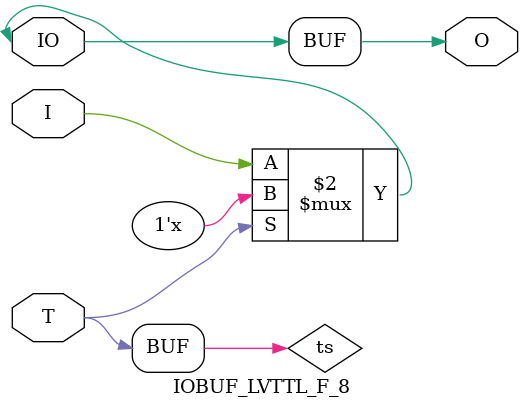
<source format=v>

/*

FUNCTION    : INPUT TRI-STATE OUTPUT BUFFER

*/

`celldefine
`timescale  100 ps / 10 ps

module IOBUF_LVTTL_F_8 (O, IO, I, T);

    output O;

    inout  IO;

    input  I, T;

    or O1 (ts, 1'b0, T);
    bufif0 T1 (IO, I, ts);

    buf B1 (O, IO);

endmodule

</source>
